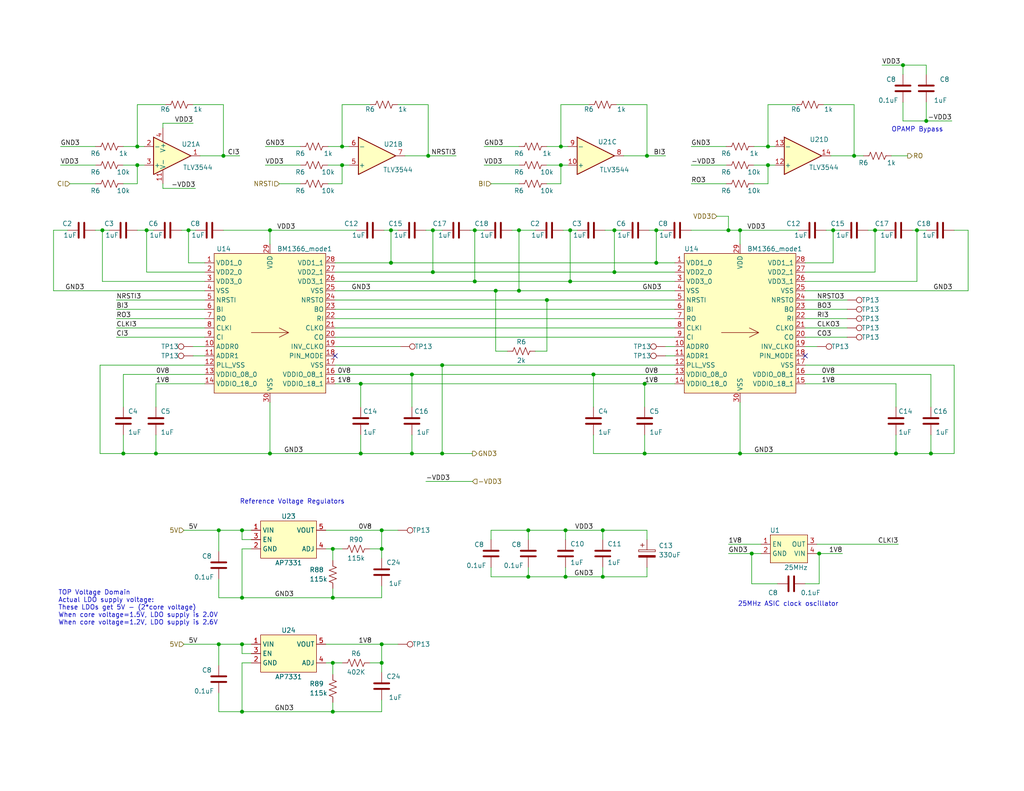
<source format=kicad_sch>
(kicad_sch (version 20230121) (generator eeschema)
  (paper "A")
  (title_block (title "bitaxeHex") (date "2024-03-09") (rev "303"))
  (junction (at 175.895 123.825))
  (junction (at 153.035 40.005))
  (junction (at 112.395 102.235))
  (junction (at 66.04 175.895))
  (junction (at 246.38 17.78))
  (junction (at 42.545 123.825))
  (junction (at 252.73 33.02))
  (junction (at 129.54 76.835))
  (junction (at 93.345 40.005))
  (junction (at 164.465 144.78))
  (junction (at 129.54 62.865))
  (junction (at 223.52 151.13))
  (junction (at 37.465 40.005))
  (junction (at 118.11 62.865))
  (junction (at 90.805 163.195))
  (junction (at 37.465 45.085))
  (junction (at 250.19 62.865))
  (junction (at 154.305 144.78) (diameter 0.9144))
  (junction (at 116.84 42.545))
  (junction (at 164.465 157.48))
  (junction (at 66.04 144.78))
  (junction (at 141.605 79.375))
  (junction (at 104.14 144.78))
  (junction (at 179.07 62.865))
  (junction (at 161.925 102.235))
  (junction (at 104.14 180.975))
  (junction (at 233.045 42.545))
  (junction (at 141.605 62.865))
  (junction (at 73.66 62.865))
  (junction (at 144.145 157.48) (diameter 0.9144))
  (junction (at 90.805 149.86))
  (junction (at 59.69 175.895))
  (junction (at 66.04 163.195))
  (junction (at 238.76 62.865))
  (junction (at 98.425 123.825))
  (junction (at 155.575 76.835))
  (junction (at 120.65 123.825))
  (junction (at 104.14 175.895))
  (junction (at 254 123.825))
  (junction (at 90.805 194.31))
  (junction (at 59.69 144.78))
  (junction (at 167.64 62.865))
  (junction (at 90.805 180.975))
  (junction (at 118.11 74.295))
  (junction (at 51.435 62.865))
  (junction (at 149.225 81.915))
  (junction (at 106.68 71.755))
  (junction (at 209.55 45.085))
  (junction (at 104.14 149.86))
  (junction (at 66.04 194.31))
  (junction (at 120.65 99.695))
  (junction (at 27.94 62.865))
  (junction (at 144.145 144.78) (diameter 0.9144))
  (junction (at 60.96 42.545))
  (junction (at 205.105 151.13))
  (junction (at 73.66 123.825))
  (junction (at 201.93 123.825))
  (junction (at 98.425 104.775))
  (junction (at 112.395 123.825))
  (junction (at 167.64 74.295))
  (junction (at 244.475 123.825))
  (junction (at 155.575 62.865))
  (junction (at 33.655 123.825))
  (junction (at 179.07 71.755))
  (junction (at 154.305 157.48) (diameter 0.9144))
  (junction (at 135.255 79.375))
  (junction (at 227.33 62.865))
  (junction (at 40.005 62.865))
  (junction (at 209.55 40.005))
  (junction (at 201.93 62.865))
  (junction (at 198.755 62.865))
  (junction (at 153.035 45.085))
  (junction (at 175.895 104.775))
  (junction (at 176.53 42.545))
  (junction (at 93.345 45.085))
  (junction (at 106.68 62.865))
  (no_connect (at 219.71 97.155))
  (no_connect (at 91.44 97.155))
  (wire (pts (xy 154.305 154.94) (xy 154.305 157.48)))
  (wire (pts (xy 100.965 180.975) (xy 104.14 180.975)))
  (wire (pts (xy 161.925 123.825) (xy 161.925 118.745)))
  (wire (pts (xy 188.595 40.005) (xy 198.12 40.005)))
  (wire (pts (xy 40.005 74.295) (xy 55.88 74.295)))
  (wire (pts (xy 176.53 42.545) (xy 170.18 42.545)))
  (wire (pts (xy 224.79 28.575) (xy 233.045 28.575)))
  (wire (pts (xy 44.45 33.655) (xy 52.705 33.655)))
  (wire (pts (xy 226.695 42.545) (xy 233.045 42.545)))
  (wire (pts (xy 98.425 104.775) (xy 98.425 111.125)))
  (wire (pts (xy 243.205 42.545) (xy 247.65 42.545)))
  (wire (pts (xy 233.045 28.575) (xy 233.045 42.545)))
  (wire (pts (xy 201.93 62.865) (xy 201.93 66.675)))
  (wire (pts (xy 93.345 45.085) (xy 95.25 45.085)))
  (wire (pts (xy 112.395 102.235) (xy 161.925 102.235)))
  (wire (pts (xy 246.38 33.02) (xy 252.73 33.02)))
  (wire (pts (xy 91.44 74.295) (xy 118.11 74.295)))
  (wire (pts (xy 132.08 45.085) (xy 141.605 45.085)))
  (wire (pts (xy 176.53 147.32) (xy 176.53 144.78)))
  (wire (pts (xy 175.895 118.745) (xy 175.895 123.825)))
  (wire (pts (xy 161.925 102.235) (xy 161.925 111.125)))
  (wire (pts (xy 165.1 62.865) (xy 167.64 62.865)))
  (wire (pts (xy 250.19 62.865) (xy 252.73 62.865)))
  (wire (pts (xy 141.605 79.375) (xy 141.605 62.865)))
  (wire (pts (xy 176.53 28.575) (xy 176.53 42.545)))
  (wire (pts (xy 227.33 71.755) (xy 227.33 62.865)))
  (wire (pts (xy 129.54 62.865) (xy 132.08 62.865)))
  (wire (pts (xy 90.805 180.975) (xy 90.805 184.15)))
  (wire (pts (xy 246.38 27.94) (xy 246.38 33.02)))
  (wire (pts (xy 254 123.825) (xy 254 118.745)))
  (wire (pts (xy 60.96 62.865) (xy 73.66 62.865)))
  (wire (pts (xy 90.805 194.31) (xy 90.805 191.77)))
  (wire (pts (xy 168.275 28.575) (xy 176.53 28.575)))
  (wire (pts (xy 52.705 94.615) (xy 55.88 94.615)))
  (wire (pts (xy 153.035 50.165) (xy 153.035 45.085)))
  (wire (pts (xy 44.45 50.165) (xy 44.45 51.435)))
  (wire (pts (xy 104.14 160.02) (xy 104.14 163.195)))
  (wire (pts (xy 209.55 40.005) (xy 211.455 40.005)))
  (wire (pts (xy 91.44 89.535) (xy 184.15 89.535)))
  (wire (pts (xy 164.465 157.48) (xy 154.305 157.48)))
  (wire (pts (xy 155.575 76.835) (xy 184.15 76.835)))
  (wire (pts (xy 252.73 33.02) (xy 259.715 33.02)))
  (wire (pts (xy 118.11 74.295) (xy 118.11 62.865)))
  (wire (pts (xy 118.11 74.295) (xy 167.64 74.295)))
  (wire (pts (xy 37.465 28.575) (xy 45.085 28.575)))
  (wire (pts (xy 260.35 99.695) (xy 260.35 123.825)))
  (wire (pts (xy 153.035 28.575) (xy 160.655 28.575)))
  (wire (pts (xy 90.805 180.975) (xy 93.345 180.975)))
  (wire (pts (xy 91.44 102.235) (xy 112.395 102.235)))
  (wire (pts (xy 188.595 45.085) (xy 198.12 45.085)))
  (wire (pts (xy 219.71 76.835) (xy 250.19 76.835)))
  (wire (pts (xy 135.255 79.375) (xy 141.605 79.375)))
  (wire (pts (xy 201.93 123.825) (xy 244.475 123.825)))
  (wire (pts (xy 91.44 76.835) (xy 129.54 76.835)))
  (wire (pts (xy 104.14 194.31) (xy 90.805 194.31)))
  (wire (pts (xy 252.73 20.32) (xy 252.73 17.78)))
  (wire (pts (xy 167.64 62.865) (xy 169.545 62.865)))
  (wire (pts (xy 135.255 95.885) (xy 135.255 79.375)))
  (wire (pts (xy 37.465 62.865) (xy 40.005 62.865)))
  (wire (pts (xy 164.465 157.48) (xy 176.53 157.48)))
  (wire (pts (xy 116.84 42.545) (xy 124.46 42.545)))
  (wire (pts (xy 153.035 40.005) (xy 154.94 40.005)))
  (wire (pts (xy 219.71 84.455) (xy 231.14 84.455)))
  (wire (pts (xy 219.71 104.775) (xy 244.475 104.775)))
  (wire (pts (xy 120.65 99.695) (xy 184.15 99.695)))
  (wire (pts (xy 33.655 50.165) (xy 37.465 50.165)))
  (wire (pts (xy 51.435 62.865) (xy 51.435 71.755)))
  (wire (pts (xy 44.45 51.435) (xy 53.34 51.435)))
  (wire (pts (xy 72.39 45.085) (xy 81.915 45.085)))
  (wire (pts (xy 91.44 92.075) (xy 184.15 92.075)))
  (wire (pts (xy 106.68 71.755) (xy 179.07 71.755)))
  (wire (pts (xy 144.145 147.32) (xy 144.145 144.78)))
  (wire (pts (xy 133.985 154.94) (xy 133.985 157.48)))
  (wire (pts (xy 52.705 28.575) (xy 60.96 28.575)))
  (wire (pts (xy 104.14 191.135) (xy 104.14 194.31)))
  (wire (pts (xy 154.305 147.32) (xy 154.305 144.78)))
  (wire (pts (xy 219.71 159.385) (xy 223.52 159.385)))
  (wire (pts (xy 205.74 45.085) (xy 209.55 45.085)))
  (wire (pts (xy 31.75 84.455) (xy 55.88 84.455)))
  (wire (pts (xy 104.14 163.195) (xy 90.805 163.195)))
  (wire (pts (xy 219.71 102.235) (xy 254 102.235)))
  (wire (pts (xy 104.14 149.86) (xy 104.14 152.4)))
  (wire (pts (xy 89.535 45.085) (xy 93.345 45.085)))
  (wire (pts (xy 37.465 50.165) (xy 37.465 45.085)))
  (wire (pts (xy 40.005 74.295) (xy 40.005 62.865)))
  (wire (pts (xy 66.04 178.435) (xy 66.04 175.895)))
  (wire (pts (xy 155.575 76.835) (xy 155.575 62.865)))
  (wire (pts (xy 42.545 118.745) (xy 42.545 123.825)))
  (wire (pts (xy 51.435 62.865) (xy 53.34 62.865)))
  (wire (pts (xy 59.69 175.895) (xy 59.69 181.61)))
  (wire (pts (xy 120.65 123.825) (xy 128.905 123.825)))
  (wire (pts (xy 205.105 151.13) (xy 207.645 151.13)))
  (wire (pts (xy 141.605 62.865) (xy 139.7 62.865)))
  (wire (pts (xy 223.52 151.13) (xy 229.87 151.13)))
  (wire (pts (xy 49.53 62.865) (xy 51.435 62.865)))
  (wire (pts (xy 132.08 40.005) (xy 141.605 40.005)))
  (wire (pts (xy 116.84 28.575) (xy 116.84 42.545)))
  (wire (pts (xy 98.425 123.825) (xy 112.395 123.825)))
  (wire (pts (xy 133.985 147.32) (xy 133.985 144.78)))
  (wire (pts (xy 59.69 144.78) (xy 66.04 144.78)))
  (wire (pts (xy 104.14 180.975) (xy 104.14 175.895)))
  (wire (pts (xy 217.805 62.865) (xy 201.93 62.865)))
  (wire (pts (xy 149.225 81.915) (xy 184.15 81.915)))
  (wire (pts (xy 246.38 17.78) (xy 246.38 20.32)))
  (wire (pts (xy 91.44 79.375) (xy 135.255 79.375)))
  (wire (pts (xy 236.855 62.865) (xy 238.76 62.865)))
  (wire (pts (xy 68.58 178.435) (xy 66.04 178.435)))
  (wire (pts (xy 188.595 62.865) (xy 198.755 62.865)))
  (wire (pts (xy 233.045 42.545) (xy 235.585 42.545)))
  (wire (pts (xy 133.985 144.78) (xy 144.145 144.78)))
  (wire (pts (xy 175.895 104.775) (xy 175.895 111.125)))
  (wire (pts (xy 106.68 71.755) (xy 106.68 62.865)))
  (wire (pts (xy 219.71 79.375) (xy 264.16 79.375)))
  (wire (pts (xy 73.66 109.855) (xy 73.66 123.825)))
  (wire (pts (xy 112.395 123.825) (xy 120.65 123.825)))
  (wire (pts (xy 104.14 175.895) (xy 108.585 175.895)))
  (wire (pts (xy 205.74 50.165) (xy 209.55 50.165)))
  (wire (pts (xy 33.655 118.745) (xy 33.655 123.825)))
  (wire (pts (xy 264.16 62.865) (xy 260.35 62.865)))
  (wire (pts (xy 59.69 189.23) (xy 59.69 194.31)))
  (wire (pts (xy 91.44 104.775) (xy 98.425 104.775)))
  (wire (pts (xy 176.53 154.94) (xy 176.53 157.48)))
  (wire (pts (xy 129.54 76.835) (xy 129.54 62.865)))
  (wire (pts (xy 60.96 42.545) (xy 54.61 42.545)))
  (wire (pts (xy 31.75 92.075) (xy 55.88 92.075)))
  (wire (pts (xy 176.53 42.545) (xy 181.61 42.545)))
  (wire (pts (xy 42.545 104.775) (xy 55.88 104.775)))
  (wire (pts (xy 164.465 154.94) (xy 164.465 157.48)))
  (wire (pts (xy 106.68 62.865) (xy 108.585 62.865)))
  (wire (pts (xy 240.665 17.78) (xy 246.38 17.78)))
  (wire (pts (xy 128.27 62.865) (xy 129.54 62.865)))
  (wire (pts (xy 116.205 131.445) (xy 128.905 131.445)))
  (wire (pts (xy 91.44 86.995) (xy 184.15 86.995)))
  (wire (pts (xy 104.14 144.78) (xy 108.585 144.78)))
  (wire (pts (xy 90.805 149.86) (xy 93.345 149.86)))
  (wire (pts (xy 205.105 159.385) (xy 205.105 151.13)))
  (wire (pts (xy 66.04 194.31) (xy 90.805 194.31)))
  (wire (pts (xy 108.585 28.575) (xy 116.84 28.575)))
  (wire (pts (xy 201.93 109.855) (xy 201.93 123.825)))
  (wire (pts (xy 40.005 62.865) (xy 41.91 62.865)))
  (wire (pts (xy 219.71 92.075) (xy 231.14 92.075)))
  (wire (pts (xy 16.51 45.085) (xy 26.035 45.085)))
  (wire (pts (xy 153.67 62.865) (xy 155.575 62.865)))
  (wire (pts (xy 89.535 40.005) (xy 93.345 40.005)))
  (wire (pts (xy 93.345 28.575) (xy 93.345 40.005)))
  (wire (pts (xy 88.9 149.86) (xy 90.805 149.86)))
  (wire (pts (xy 175.895 123.825) (xy 201.93 123.825)))
  (wire (pts (xy 91.44 99.695) (xy 120.65 99.695)))
  (wire (pts (xy 219.71 74.295) (xy 238.76 74.295)))
  (wire (pts (xy 100.965 149.86) (xy 104.14 149.86)))
  (wire (pts (xy 181.61 94.615) (xy 184.15 94.615)))
  (wire (pts (xy 250.19 76.835) (xy 250.19 62.865)))
  (wire (pts (xy 219.71 86.995) (xy 231.14 86.995)))
  (wire (pts (xy 149.225 81.915) (xy 149.225 95.885)))
  (wire (pts (xy 149.225 50.165) (xy 153.035 50.165)))
  (wire (pts (xy 248.92 62.865) (xy 250.19 62.865)))
  (wire (pts (xy 73.66 123.825) (xy 98.425 123.825)))
  (wire (pts (xy 66.04 144.78) (xy 68.58 144.78)))
  (wire (pts (xy 153.035 28.575) (xy 153.035 40.005)))
  (wire (pts (xy 153.035 45.085) (xy 154.94 45.085)))
  (wire (pts (xy 209.55 45.085) (xy 211.455 45.085)))
  (wire (pts (xy 219.71 71.755) (xy 227.33 71.755)))
  (wire (pts (xy 93.345 50.165) (xy 93.345 45.085)))
  (wire (pts (xy 238.76 74.295) (xy 238.76 62.865)))
  (wire (pts (xy 149.225 45.085) (xy 153.035 45.085)))
  (wire (pts (xy 195.58 59.055) (xy 198.755 59.055)))
  (wire (pts (xy 161.925 123.825) (xy 175.895 123.825)))
  (wire (pts (xy 33.655 102.235) (xy 33.655 111.125)))
  (wire (pts (xy 146.05 95.885) (xy 149.225 95.885)))
  (wire (pts (xy 181.61 97.155) (xy 184.15 97.155)))
  (wire (pts (xy 209.55 28.575) (xy 217.17 28.575)))
  (wire (pts (xy 52.705 97.155) (xy 55.88 97.155)))
  (wire (pts (xy 112.395 123.825) (xy 112.395 118.745)))
  (wire (pts (xy 141.605 79.375) (xy 184.15 79.375)))
  (wire (pts (xy 227.33 62.865) (xy 229.235 62.865)))
  (wire (pts (xy 91.44 71.755) (xy 106.68 71.755)))
  (wire (pts (xy 175.895 104.775) (xy 184.15 104.775)))
  (wire (pts (xy 50.165 175.895) (xy 59.69 175.895)))
  (wire (pts (xy 219.71 81.915) (xy 231.14 81.915)))
  (wire (pts (xy 90.805 163.195) (xy 90.805 160.655)))
  (wire (pts (xy 198.755 151.13) (xy 205.105 151.13)))
  (wire (pts (xy 104.14 180.975) (xy 104.14 183.515)))
  (wire (pts (xy 104.775 62.865) (xy 106.68 62.865)))
  (wire (pts (xy 88.9 180.975) (xy 90.805 180.975)))
  (wire (pts (xy 97.155 62.865) (xy 73.66 62.865)))
  (wire (pts (xy 188.595 50.165) (xy 198.12 50.165)))
  (wire (pts (xy 14.605 79.375) (xy 14.605 62.865)))
  (wire (pts (xy 116.205 62.865) (xy 118.11 62.865)))
  (wire (pts (xy 88.9 175.895) (xy 104.14 175.895)))
  (wire (pts (xy 27.94 76.835) (xy 27.94 62.865)))
  (wire (pts (xy 44.45 34.925) (xy 44.45 33.655)))
  (wire (pts (xy 260.35 123.825) (xy 254 123.825)))
  (wire (pts (xy 68.58 180.975) (xy 66.04 180.975)))
  (wire (pts (xy 164.465 147.32) (xy 164.465 144.78)))
  (wire (pts (xy 144.145 144.78) (xy 154.305 144.78)))
  (wire (pts (xy 42.545 104.775) (xy 42.545 111.125)))
  (wire (pts (xy 252.73 27.94) (xy 252.73 33.02)))
  (wire (pts (xy 219.71 99.695) (xy 260.35 99.695)))
  (wire (pts (xy 120.65 99.695) (xy 120.65 123.825)))
  (wire (pts (xy 246.38 17.78) (xy 252.73 17.78)))
  (wire (pts (xy 155.575 62.865) (xy 157.48 62.865)))
  (wire (pts (xy 26.035 62.865) (xy 27.94 62.865)))
  (wire (pts (xy 225.425 62.865) (xy 227.33 62.865)))
  (wire (pts (xy 244.475 118.745) (xy 244.475 123.825)))
  (wire (pts (xy 31.75 81.915) (xy 55.88 81.915)))
  (wire (pts (xy 33.655 45.085) (xy 37.465 45.085)))
  (wire (pts (xy 222.885 151.13) (xy 223.52 151.13)))
  (wire (pts (xy 27.94 76.835) (xy 55.88 76.835)))
  (wire (pts (xy 133.985 50.165) (xy 141.605 50.165)))
  (wire (pts (xy 264.16 79.375) (xy 264.16 62.865)))
  (wire (pts (xy 55.88 79.375) (xy 14.605 79.375)))
  (wire (pts (xy 144.145 157.48) (xy 133.985 157.48)))
  (wire (pts (xy 68.58 147.32) (xy 66.04 147.32)))
  (wire (pts (xy 66.04 180.975) (xy 66.04 194.31)))
  (wire (pts (xy 42.545 123.825) (xy 73.66 123.825)))
  (wire (pts (xy 60.96 42.545) (xy 65.405 42.545)))
  (wire (pts (xy 179.07 71.755) (xy 184.15 71.755)))
  (wire (pts (xy 89.535 50.165) (xy 93.345 50.165)))
  (wire (pts (xy 66.04 149.86) (xy 66.04 163.195)))
  (wire (pts (xy 66.04 147.32) (xy 66.04 144.78)))
  (wire (pts (xy 98.425 104.775) (xy 175.895 104.775)))
  (wire (pts (xy 209.55 28.575) (xy 209.55 40.005)))
  (wire (pts (xy 33.655 123.825) (xy 42.545 123.825)))
  (wire (pts (xy 198.755 62.865) (xy 201.93 62.865)))
  (wire (pts (xy 219.71 94.615) (xy 222.885 94.615)))
  (wire (pts (xy 59.69 158.115) (xy 59.69 163.195)))
  (wire (pts (xy 37.465 45.085) (xy 39.37 45.085)))
  (wire (pts (xy 68.58 149.86) (xy 66.04 149.86)))
  (wire (pts (xy 73.66 62.865) (xy 73.66 66.675)))
  (wire (pts (xy 254 102.235) (xy 254 111.125)))
  (wire (pts (xy 66.04 175.895) (xy 68.58 175.895)))
  (wire (pts (xy 27.305 99.695) (xy 55.88 99.695)))
  (wire (pts (xy 27.94 62.865) (xy 29.845 62.865)))
  (wire (pts (xy 167.64 74.295) (xy 167.64 62.865)))
  (wire (pts (xy 31.75 86.995) (xy 55.88 86.995)))
  (wire (pts (xy 31.75 89.535) (xy 55.88 89.535)))
  (wire (pts (xy 50.165 144.78) (xy 59.69 144.78)))
  (wire (pts (xy 91.44 94.615) (xy 109.22 94.615)))
  (wire (pts (xy 93.345 40.005) (xy 95.25 40.005)))
  (wire (pts (xy 222.885 148.59) (xy 245.11 148.59)))
  (wire (pts (xy 91.44 81.915) (xy 149.225 81.915)))
  (wire (pts (xy 198.755 148.59) (xy 207.645 148.59)))
  (wire (pts (xy 60.96 28.575) (xy 60.96 42.545)))
  (wire (pts (xy 16.51 40.005) (xy 26.035 40.005)))
  (wire (pts (xy 116.84 42.545) (xy 110.49 42.545)))
  (wire (pts (xy 37.465 40.005) (xy 39.37 40.005)))
  (wire (pts (xy 244.475 123.825) (xy 254 123.825)))
  (wire (pts (xy 179.07 62.865) (xy 180.975 62.865)))
  (wire (pts (xy 98.425 118.745) (xy 98.425 123.825)))
  (wire (pts (xy 76.2 50.165) (xy 81.915 50.165)))
  (wire (pts (xy 167.64 74.295) (xy 184.15 74.295)))
  (wire (pts (xy 27.305 123.825) (xy 33.655 123.825)))
  (wire (pts (xy 19.05 50.165) (xy 26.035 50.165)))
  (wire (pts (xy 93.345 28.575) (xy 100.965 28.575)))
  (wire (pts (xy 244.475 104.775) (xy 244.475 111.125)))
  (wire (pts (xy 33.655 40.005) (xy 37.465 40.005)))
  (wire (pts (xy 33.655 102.235) (xy 55.88 102.235)))
  (wire (pts (xy 198.755 59.055) (xy 198.755 62.865)))
  (wire (pts (xy 72.39 40.005) (xy 81.915 40.005)))
  (wire (pts (xy 66.04 163.195) (xy 90.805 163.195)))
  (wire (pts (xy 154.305 144.78) (xy 164.465 144.78)))
  (wire (pts (xy 161.925 102.235) (xy 184.15 102.235)))
  (wire (pts (xy 88.9 144.78) (xy 104.14 144.78)))
  (wire (pts (xy 212.09 159.385) (xy 205.105 159.385)))
  (wire (pts (xy 149.225 40.005) (xy 153.035 40.005)))
  (wire (pts (xy 59.69 144.78) (xy 59.69 150.495)))
  (wire (pts (xy 179.07 62.865) (xy 179.07 71.755)))
  (wire (pts (xy 164.465 144.78) (xy 176.53 144.78)))
  (wire (pts (xy 27.305 99.695) (xy 27.305 123.825)))
  (wire (pts (xy 144.145 157.48) (xy 154.305 157.48)))
  (wire (pts (xy 104.14 149.86) (xy 104.14 144.78)))
  (wire (pts (xy 219.71 89.535) (xy 231.14 89.535)))
  (wire (pts (xy 59.69 175.895) (xy 66.04 175.895)))
  (wire (pts (xy 59.69 194.31) (xy 66.04 194.31)))
  (wire (pts (xy 90.805 149.86) (xy 90.805 153.035)))
  (wire (pts (xy 37.465 28.575) (xy 37.465 40.005)))
  (wire (pts (xy 177.165 62.865) (xy 179.07 62.865)))
  (wire (pts (xy 112.395 102.235) (xy 112.395 111.125)))
  (wire (pts (xy 91.44 84.455) (xy 184.15 84.455)))
  (wire (pts (xy 238.76 62.865) (xy 241.3 62.865)))
  (wire (pts (xy 141.605 62.865) (xy 146.05 62.865)))
  (wire (pts (xy 144.145 154.94) (xy 144.145 157.48)))
  (wire (pts (xy 223.52 159.385) (xy 223.52 151.13)))
  (wire (pts (xy 209.55 50.165) (xy 209.55 45.085)))
  (wire (pts (xy 118.11 62.865) (xy 120.65 62.865)))
  (wire (pts (xy 129.54 76.835) (xy 155.575 76.835)))
  (wire (pts (xy 138.43 95.885) (xy 135.255 95.885)))
  (wire (pts (xy 51.435 71.755) (xy 55.88 71.755)))
  (wire (pts (xy 205.74 40.005) (xy 209.55 40.005)))
  (wire (pts (xy 59.69 163.195) (xy 66.04 163.195)))
  (wire (pts (xy 14.605 62.865) (xy 18.415 62.865)))
  (text "25MHz ASIC clock oscillator" (at 201.295 165.735 0) (effects (font (size 1.27 1.27)) (justify left bottom)))
  (text "Reference Voltage Regulators" (at 65.405 137.795 0) (effects (font (size 1.27 1.27)) (justify left bottom)))
  (text "OPAMP Bypass" (at 243.205 36.195 0) (effects (font (size 1.27 1.27)) (justify left bottom)))
  (text "TOP Voltage Domain\nActual LDO supply voltage:\nThese LDOs get 5V - (2*core voltage)\nWhen core voltage=1.5V, LDO supply is 2.0V\nWhen core voltage=1.2V, LDO supply is 2.6V " (at 15.875 170.815 0) (effects (font (size 1.27 1.27)) (justify left bottom)))
  (label "1V8" (at 229.87 151.13 180))
  (label "NRSTI3" (at 124.46 42.545 180))
  (label "0V8" (at 224.155 102.235 0))
  (label "1V8" (at 42.545 104.775 0))
  (label "CLKI3" (at 245.11 148.59 180))
  (label "-VDD3" (at 259.715 33.02 180))
  (label "RO3" (at 188.595 50.165 0))
  (label "-VDD3" (at 53.34 51.435 180))
  (label "GND3" (at 161.925 157.48 180))
  (label "0V8" (at 175.895 102.235 0))
  (label "5V" (at 51.435 175.895 0))
  (label "NRSTI3" (at 31.75 81.915 0))
  (label "CLKO3" (at 222.885 89.535 0))
  (label "GND3" (at 175.26 79.375 0))
  (label "CI3" (at 31.75 92.075 0))
  (label "1V8" (at 224.155 104.775 0))
  (label "5V" (at 51.435 144.78 0))
  (label "GND3" (at 132.08 40.005 0))
  (label "VDD3" (at 52.705 33.655 180))
  (label "CO3" (at 222.885 92.075 0))
  (label "1V8" (at 92.075 104.775 0))
  (label "GND3" (at 77.47 123.825 0))
  (label "RO3" (at 31.75 86.995 0))
  (label "GND3" (at 95.885 79.375 0))
  (label "0V8" (at 42.545 102.235 0))
  (label "GND3" (at 72.39 40.005 0))
  (label "GND3" (at 74.93 194.31 0))
  (label "VDD3" (at 16.51 45.085 0))
  (label "CLKI3" (at 31.75 89.535 0))
  (label "RI3" (at 222.885 86.995 0))
  (label "VDD3" (at 132.08 45.085 0))
  (label "GND3" (at 16.51 40.005 0))
  (label "-VDD3" (at 116.205 131.445 0))
  (label "VDD3" (at 72.39 45.085 0))
  (label "BI3" (at 181.61 42.545 180))
  (label "BI3" (at 31.75 84.455 0))
  (label "1V8" (at 175.895 104.775 0))
  (label "GND3" (at 188.595 40.005 0))
  (label "1V8" (at 198.755 148.59 0))
  (label "0V8" (at 92.075 102.235 0))
  (label "-VDD3" (at 188.595 45.085 0))
  (label "VDD3" (at 203.835 62.865 0))
  (label "VDD3" (at 156.845 144.78 0))
  (label "1V8" (at 97.79 175.895 0))
  (label "GND3" (at 254.635 79.375 0))
  (label "GND3" (at 205.74 123.825 0))
  (label "BO3" (at 222.885 84.455 0))
  (label "CI3" (at 65.405 42.545 180))
  (label "GND3" (at 198.755 151.13 0))
  (label "GND3" (at 17.78 79.375 0))
  (label "0V8" (at 97.79 144.78 0))
  (label "GND3" (at 74.93 163.195 0))
  (label "NRSTO3" (at 222.885 81.915 0))
  (label "VDD3" (at 240.665 17.78 0))
  (label "VDD3" (at 75.565 62.865 0))
  (hierarchical_label "BI" (shape input) (at 133.985 50.165 180))
  (hierarchical_label "GND3" (shape output) (at 128.905 123.825 0))
  (hierarchical_label "VDD3" (shape input) (at 195.58 59.055 180))
  (hierarchical_label "CI" (shape input) (at 19.05 50.165 180))
  (hierarchical_label "5V" (shape input) (at 50.165 144.78 180))
  (hierarchical_label "RO" (shape output) (at 247.65 42.545 0))
  (hierarchical_label "5V" (shape input) (at 50.165 175.895 180))
  (hierarchical_label "NRSTI" (shape input) (at 76.2 50.165 180))
  (hierarchical_label "-VDD3" (shape input) (at 128.905 131.445 0))
  (symbol (lib_id "Connector:TestPoint") (at 231.14 92.075 270) (mirror x) (unit 1) (in_bom no)
    (property "Reference" "TP13" (at 237.49 92.075 90))
    (property "Value" "TestPoint" (effects hide))
    (property "Footprint" "TestPoint:TestPoint_Pad_D1.5mm" (effects hide))
  )
  (symbol (lib_id "Device:C") (at 256.54 62.865 90) (unit 1)
    (property "Reference" "C18" (at 254 60.325 90) (effects (justify left bottom)))
    (property "Value" "1uF" (at 255.27 63.5 90) (effects (justify left bottom)))
    (property "Footprint" "Capacitor_SMD:C_0402_1005Metric" (effects hide))
    (property "DK" "587-5514-1-ND" (effects hide))
    (property "PARTNO" "EMK105BJ105MV-F" (effects hide))
  )
  (symbol (lib_id "Device:C") (at 221.615 62.865 90) (unit 1)
    (property "Reference" "C12" (at 218.44 60.325 90) (effects (justify left bottom)))
    (property "Value" "1uF" (at 220.345 63.5 90) (effects (justify left bottom)))
    (property "Footprint" "Capacitor_SMD:C_0402_1005Metric" (effects hide))
    (property "DK" "587-5514-1-ND" (effects hide))
    (property "PARTNO" "EMK105BJ105MV-F" (effects hide))
  )
  (symbol (lib_id "Device:C") (at 57.15 62.865 90) (unit 1)
    (property "Reference" "C8" (at 54.61 60.325 90) (effects (justify left bottom)))
    (property "Value" "1uF" (at 55.88 63.5 90) (effects (justify left bottom)))
    (property "Footprint" "Capacitor_SMD:C_0402_1005Metric" (effects hide))
    (property "DK" "587-5514-1-ND" (effects hide))
    (property "PARTNO" "EMK105BJ105MV-F" (effects hide))
  )
  (symbol (lib_id "Device:R_US") (at 201.93 40.005 270) (unit 1)
    (property "Reference" "R6" (at 198.12 41.91 90))
    (property "Value" "1k" (at 205.74 41.91 90))
    (property "Footprint" "Resistor_SMD:R_0402_1005Metric" (effects hide))
    (property "DK" "311-1.00KLRCT-ND" (effects hide))
    (property "PARTNO" "RC0402FR-071KL" (effects hide))
  )
  (symbol (lib_id "Device:R_US") (at 85.725 45.085 90) (unit 1)
    (property "Reference" "R6" (at 81.915 46.99 90))
    (property "Value" "10k" (at 89.535 46.99 90))
    (property "Footprint" "Resistor_SMD:R_0402_1005Metric" (effects hide))
    (property "DK" "311-10KJRCT-ND" (effects hide))
    (property "PARTNO" "RC0402JR-0710KL" (effects hide))
  )
  (symbol (lib_id "Device:C") (at 104.14 187.325 0) (unit 1)
    (property "Reference" "C24" (at 105.41 185.42 0) (effects (justify left bottom)))
    (property "Value" "1uF" (at 106.045 191.135 0) (effects (justify left bottom)))
    (property "Footprint" "Capacitor_SMD:C_0402_1005Metric" (effects hide))
    (property "DK" "587-5514-1-ND" (effects hide))
    (property "PARTNO" "EMK105BJ105MV-F" (effects hide))
  )
  (symbol (lib_id "Device:C") (at 161.29 62.865 90) (unit 1)
    (property "Reference" "C3" (at 158.75 60.325 90) (effects (justify left bottom)))
    (property "Value" "1uF" (at 160.02 63.5 90) (effects (justify left bottom)))
    (property "Footprint" "Capacitor_SMD:C_0402_1005Metric" (effects hide))
    (property "DK" "587-5514-1-ND" (effects hide))
    (property "PARTNO" "EMK105BJ105MV-F" (effects hide))
  )
  (symbol (lib_id "Connector:TestPoint") (at 231.14 84.455 270) (mirror x) (unit 1) (in_bom no)
    (property "Reference" "TP13" (at 237.49 84.455 90))
    (property "Value" "TestPoint" (effects hide))
    (property "Footprint" "TestPoint:TestPoint_Pad_D1.5mm" (effects hide))
  )
  (symbol (lib_id "Device:C") (at 112.395 114.935 0) (unit 1)
    (property "Reference" "C16" (at 113.03 113.03 0) (effects (justify left bottom)))
    (property "Value" "1uF" (at 113.665 118.745 0) (effects (justify left bottom)))
    (property "Footprint" "Capacitor_SMD:C_0402_1005Metric" (effects hide))
    (property "DK" "587-5514-1-ND" (effects hide))
    (property "PARTNO" "EMK105BJ105MV-F" (effects hide))
  )
  (symbol (lib_id "Connector:TestPoint") (at 231.14 81.915 270) (mirror x) (unit 1) (in_bom no)
    (property "Reference" "TP13" (at 237.49 81.915 90))
    (property "Value" "TestPoint" (effects hide))
    (property "Footprint" "TestPoint:TestPoint_Pad_D1.5mm" (effects hide))
  )
  (symbol (lib_id "Connector:TestPoint") (at 222.885 94.615 270) (mirror x) (unit 1) (in_bom no)
    (property "Reference" "TP13" (at 229.235 94.615 90))
    (property "Value" "TestPoint" (effects hide))
    (property "Footprint" "TestPoint:TestPoint_Pad_D1.0mm" (effects hide))
  )
  (symbol (lib_id "Device:C_Polarized") (at 176.53 151.13 0) (unit 1)
    (property "Reference" "C13" (at 179.705 148.9709 0) (effects (justify left)))
    (property "Value" "330uF" (at 179.705 151.5109 0) (effects (justify left)))
    (property "Footprint" "Capacitor_Tantalum_SMD:CP_EIA-7343-31_Kemet-D_Pad2.25x2.55mm_HandSolder" (effects hide))
    (property "DK" "718-1028-1-ND" (effects hide))
    (property "PARTNO" "293D337X9010E2TE3" (effects hide))
  )
  (symbol (lib_id "Device:R_US") (at 164.465 28.575 270) (unit 1)
    (property "Reference" "R6" (at 160.655 29.845 90))
    (property "Value" "1k" (at 169.545 29.845 90))
    (property "Footprint" "Resistor_SMD:R_0402_1005Metric" (effects hide))
    (property "DK" "311-1.00KLRCT-ND" (effects hide))
    (property "PARTNO" "RC0402FR-071KL" (effects hide))
  )
  (symbol (lib_id "Device:R_US") (at 90.805 187.96 180) (unit 1)
    (property "Reference" "R89" (at 84.455 186.69 0) (effects (justify right)))
    (property "Value" "115k" (at 84.455 189.23 0) (effects (justify right)))
    (property "Footprint" "Resistor_SMD:R_0402_1005Metric" (effects hide))
    (property "DK" "YAG2956CT-ND" (effects hide))
    (property "PARTNO" "RC0402FR-07115KL" (effects hide))
  )
  (symbol (lib_id "Device:R_US") (at 90.805 156.845 180) (unit 1)
    (property "Reference" "R88" (at 84.455 155.575 0) (effects (justify right)))
    (property "Value" "115k" (at 84.455 158.115 0) (effects (justify right)))
    (property "Footprint" "Resistor_SMD:R_0402_1005Metric" (effects hide))
    (property "DK" "YAG2956CT-ND" (effects hide))
    (property "PARTNO" "RC0402FR-07115KL" (effects hide))
  )
  (symbol (lib_id "Device:C") (at 254 114.935 0) (unit 1)
    (property "Reference" "C16" (at 254.635 113.03 0) (effects (justify left bottom)))
    (property "Value" "1uF" (at 255.27 118.745 0) (effects (justify left bottom)))
    (property "Footprint" "Capacitor_SMD:C_0402_1005Metric" (effects hide))
    (property "DK" "587-5514-1-ND" (effects hide))
    (property "PARTNO" "EMK105BJ105MV-F" (effects hide))
  )
  (symbol (lib_id "Device:C") (at 175.895 114.935 0) (unit 1)
    (property "Reference" "C5" (at 177.165 113.03 0) (effects (justify left bottom)))
    (property "Value" "1uF" (at 177.165 118.745 0) (effects (justify left bottom)))
    (property "Footprint" "Capacitor_SMD:C_0402_1005Metric" (effects hide))
    (property "DK" "587-5514-1-ND" (effects hide))
    (property "PARTNO" "EMK105BJ105MV-F" (effects hide))
  )
  (symbol (lib_id "Device:C") (at 173.355 62.865 90) (unit 1)
    (property "Reference" "C6" (at 170.815 60.325 90) (effects (justify left bottom)))
    (property "Value" "1uF" (at 172.085 63.5 90) (effects (justify left bottom)))
    (property "Footprint" "Capacitor_SMD:C_0402_1005Metric" (effects hide))
    (property "DK" "587-5514-1-ND" (effects hide))
    (property "PARTNO" "EMK105BJ105MV-F" (effects hide))
  )
  (symbol (lib_id "Device:R_US") (at 220.98 28.575 270) (unit 1)
    (property "Reference" "R6" (at 217.17 29.845 90))
    (property "Value" "1k" (at 226.06 29.845 90))
    (property "Footprint" "Resistor_SMD:R_0402_1005Metric" (effects hide))
    (property "DK" "311-1.00KLRCT-ND" (effects hide))
    (property "PARTNO" "RC0402FR-071KL" (effects hide))
  )
  (symbol (lib_id "Connector:TestPoint") (at 231.14 86.995 270) (mirror x) (unit 1) (in_bom no)
    (property "Reference" "TP13" (at 237.49 86.995 90))
    (property "Value" "TestPoint" (effects hide))
    (property "Footprint" "TestPoint:TestPoint_Pad_D1.5mm" (effects hide))
  )
  (symbol (lib_name "TLV3544_2") (lib_id "bitaxe:TLV3544") (at 100.33 42.545 0) (unit 2)
    (property "Reference" "U21" (at 107.315 39.37 0))
    (property "Value" "TLV3544" (at 108.585 46.355 0))
    (property "Footprint" "Package_SO:TSSOP-14_4.4x5mm_P0.65mm" (effects hide))
    (property "Datasheet" "https://www.ti.com/lit/ds/symlink/tlv3542.pdf" (effects hide))
    (property "DK" "296-45352-1-ND" (effects hide))
    (property "PARTNO" "TLV3544IPWR" (effects hide))
  )
  (symbol (lib_id "Device:C") (at 135.89 62.865 90) (unit 1)
    (property "Reference" "C18" (at 133.35 60.325 90) (effects (justify left bottom)))
    (property "Value" "1uF" (at 134.62 63.5 90) (effects (justify left bottom)))
    (property "Footprint" "Capacitor_SMD:C_0402_1005Metric" (effects hide))
    (property "DK" "587-5514-1-ND" (effects hide))
    (property "PARTNO" "EMK105BJ105MV-F" (effects hide))
  )
  (symbol (lib_id "Device:R_US") (at 145.415 50.165 90) (unit 1)
    (property "Reference" "R6" (at 141.605 52.07 90))
    (property "Value" "10k" (at 149.225 52.07 90))
    (property "Footprint" "Resistor_SMD:R_0402_1005Metric" (effects hide))
    (property "DK" "311-10KJRCT-ND" (effects hide))
    (property "PARTNO" "RC0402JR-0710KL" (effects hide))
  )
  (symbol (lib_id "Device:R_US") (at 142.24 95.885 90) (unit 1)
    (property "Reference" "R6" (at 142.24 93.345 90))
    (property "Value" "2k" (at 142.24 98.425 90))
    (property "Footprint" "Resistor_SMD:R_0402_1005Metric" (effects hide))
    (property "DK" "YAG2303CT-ND" (effects hide))
    (property "PARTNO" "RT0402BRD072KL" (effects hide))
  )
  (symbol (lib_id "Device:C") (at 112.395 62.865 90) (unit 1)
    (property "Reference" "C15" (at 109.855 60.325 90) (effects (justify left bottom)))
    (property "Value" "1uF" (at 111.125 63.5 90) (effects (justify left bottom)))
    (property "Footprint" "Capacitor_SMD:C_0402_1005Metric" (effects hide))
    (property "DK" "587-5514-1-ND" (effects hide))
    (property "PARTNO" "EMK105BJ105MV-F" (effects hide))
  )
  (symbol (lib_id "Device:C") (at 144.145 151.13 180) (unit 1)
    (property "Reference" "C8" (at 142.24 147.955 0) (effects (justify left bottom)))
    (property "Value" "0.1uF" (at 142.875 153.67 0) (effects (justify left bottom)))
    (property "Footprint" "Capacitor_SMD:C_0402_1005Metric" (effects hide))
    (property "DK" "478-KGM05AR71C104KHCT-ND" (effects hide))
    (property "PARTNO" "KGM05AR71C104KH" (effects hide))
  )
  (symbol (lib_id "Device:C") (at 252.73 24.13 180) (unit 1)
    (property "Reference" "C8" (at 259.08 20.955 0) (effects (justify left bottom)))
    (property "Value" "1uF" (at 258.445 26.67 0) (effects (justify left bottom)))
    (property "Footprint" "Capacitor_SMD:C_0402_1005Metric" (effects hide))
    (property "DK" "587-5514-1-ND" (effects hide))
    (property "PARTNO" "EMK105BJ105MV-F" (effects hide))
  )
  (symbol (lib_id "Device:C") (at 245.11 62.865 90) (unit 1)
    (property "Reference" "C17" (at 242.57 60.325 90) (effects (justify left bottom)))
    (property "Value" "1uF" (at 243.84 63.5 90) (effects (justify left bottom)))
    (property "Footprint" "Capacitor_SMD:C_0402_1005Metric" (effects hide))
    (property "DK" "587-5514-1-ND" (effects hide))
    (property "PARTNO" "EMK105BJ105MV-F" (effects hide))
  )
  (symbol (lib_id "Device:C") (at 45.72 62.865 90) (unit 1)
    (property "Reference" "C6" (at 43.18 60.325 90) (effects (justify left bottom)))
    (property "Value" "1uF" (at 44.45 63.5 90) (effects (justify left bottom)))
    (property "Footprint" "Capacitor_SMD:C_0402_1005Metric" (effects hide))
    (property "DK" "587-5514-1-ND" (effects hide))
    (property "PARTNO" "EMK105BJ105MV-F" (effects hide))
  )
  (symbol (lib_id "Device:R_US") (at 145.415 40.005 270) (unit 1)
    (property "Reference" "R6" (at 141.605 41.91 90))
    (property "Value" "1k" (at 149.225 41.91 90))
    (property "Footprint" "Resistor_SMD:R_0402_1005Metric" (effects hide))
    (property "DK" "311-1.00KLRCT-ND" (effects hide))
    (property "PARTNO" "RC0402FR-071KL" (effects hide))
  )
  (symbol (lib_id "Device:R_US") (at 29.845 40.005 270) (unit 1)
    (property "Reference" "R6" (at 26.035 41.91 90))
    (property "Value" "1k" (at 33.655 41.91 90))
    (property "Footprint" "Resistor_SMD:R_0402_1005Metric" (effects hide))
    (property "DK" "311-1.00KLRCT-ND" (effects hide))
    (property "PARTNO" "RC0402FR-071KL" (effects hide))
  )
  (symbol (lib_id "Device:C") (at 149.86 62.865 90) (unit 1)
    (property "Reference" "C2" (at 147.32 60.325 90) (effects (justify left bottom)))
    (property "Value" "1uF" (at 148.59 63.5 90) (effects (justify left bottom)))
    (property "Footprint" "Capacitor_SMD:C_0402_1005Metric" (effects hide))
    (property "DK" "587-5514-1-ND" (effects hide))
    (property "PARTNO" "EMK105BJ105MV-F" (effects hide))
  )
  (symbol (lib_id "Device:C") (at 104.14 156.21 0) (unit 1)
    (property "Reference" "C24" (at 105.41 154.305 0) (effects (justify left bottom)))
    (property "Value" "1uF" (at 106.045 160.02 0) (effects (justify left bottom)))
    (property "Footprint" "Capacitor_SMD:C_0402_1005Metric" (effects hide))
    (property "DK" "587-5514-1-ND" (effects hide))
    (property "PARTNO" "EMK105BJ105MV-F" (effects hide))
  )
  (symbol (lib_name "TLV3544_3") (lib_id "bitaxe:TLV3544") (at 160.02 42.545 0) (unit 3)
    (property "Reference" "U21" (at 165.735 38.735 0))
    (property "Value" "TLV3544" (at 167.64 46.355 0))
    (property "Footprint" "Package_SO:TSSOP-14_4.4x5mm_P0.65mm" (effects hide))
    (property "Datasheet" "https://www.ti.com/lit/ds/symlink/tlv3542.pdf" (effects hide))
    (property "DK" "296-45352-1-ND" (effects hide))
    (property "PARTNO" "TLV3544IPWR" (effects hide))
  )
  (symbol (lib_id "Device:C") (at 133.985 151.13 180) (unit 1)
    (property "Reference" "C8" (at 132.08 147.955 0) (effects (justify left bottom)))
    (property "Value" "0.1uF" (at 132.715 153.67 0) (effects (justify left bottom)))
    (property "Footprint" "Capacitor_SMD:C_0402_1005Metric" (effects hide))
    (property "DK" "478-KGM05AR71C104KHCT-ND" (effects hide))
    (property "PARTNO" "KGM05AR71C104KH" (effects hide))
  )
  (symbol (lib_id "Device:C") (at 246.38 24.13 180) (unit 1)
    (property "Reference" "C8" (at 244.475 20.955 0) (effects (justify left bottom)))
    (property "Value" "0.1uF" (at 245.11 26.67 0) (effects (justify left bottom)))
    (property "Footprint" "Capacitor_SMD:C_0402_1005Metric" (effects hide))
    (property "DK" "478-KGM05AR71C104KHCT-ND" (effects hide))
    (property "PARTNO" "KGM05AR71C104KH" (effects hide))
  )
  (symbol (lib_id "Device:R_US") (at 201.93 50.165 90) (unit 1)
    (property "Reference" "R6" (at 198.12 52.07 90))
    (property "Value" "10k" (at 205.74 52.07 90))
    (property "Footprint" "Resistor_SMD:R_0402_1005Metric" (effects hide))
    (property "DK" "311-10KJRCT-ND" (effects hide))
    (property "PARTNO" "RC0402JR-0710KL" (effects hide))
  )
  (symbol (lib_id "bitaxe:AP7331") (at 78.74 146.05 0) (unit 1)
    (property "Reference" "U23" (at 78.74 140.97 0))
    (property "Value" "AP7331" (at 78.74 153.67 0))
    (property "Footprint" "Package_TO_SOT_SMD:TSOT-23-5" (effects hide))
    (property "Datasheet" "https://www.digikey.com/en/products/detail/diodes-incorporated/AP7331-WG-7/2270813" (effects hide))
    (property "DK" "AP7331-WG-7DICT-ND" (effects hide))
    (property "PARTNO" "AP7331-WG-7" (effects hide))
  )
  (symbol (lib_id "bitaxe:TLV3544") (at 216.535 42.545 0) (unit 4)
    (property "Reference" "U21" (at 223.52 38.1 0))
    (property "Value" "TLV3544" (at 224.79 45.72 0))
    (property "Footprint" "Package_SO:TSSOP-14_4.4x5mm_P0.65mm" (effects hide))
    (property "Datasheet" "https://www.ti.com/lit/ds/symlink/tlv3542.pdf" (effects hide))
    (property "DK" "296-45352-1-ND" (effects hide))
    (property "PARTNO" "TLV3544IPWR" (effects hide))
  )
  (symbol (lib_id "Device:C") (at 98.425 114.935 0) (unit 1)
    (property "Reference" "C14" (at 99.06 113.03 0) (effects (justify left bottom)))
    (property "Value" "1uF" (at 99.06 118.745 0) (effects (justify left bottom)))
    (property "Footprint" "Capacitor_SMD:C_0402_1005Metric" (effects hide))
    (property "DK" "587-5514-1-ND" (effects hide))
    (property "PARTNO" "EMK105BJ105MV-F" (effects hide))
  )
  (symbol (lib_id "Device:C") (at 124.46 62.865 90) (unit 1)
    (property "Reference" "C17" (at 121.92 60.325 90) (effects (justify left bottom)))
    (property "Value" "1uF" (at 123.19 63.5 90) (effects (justify left bottom)))
    (property "Footprint" "Capacitor_SMD:C_0402_1005Metric" (effects hide))
    (property "DK" "587-5514-1-ND" (effects hide))
    (property "PARTNO" "EMK105BJ105MV-F" (effects hide))
  )
  (symbol (lib_id "Connector:TestPoint") (at 181.61 94.615 90) (mirror x) (unit 1) (in_bom no)
    (property "Reference" "TP13" (at 175.26 94.615 90))
    (property "Value" "TestPoint" (effects hide))
    (property "Footprint" "TestPoint:TestPoint_Pad_D1.0mm" (effects hide))
  )
  (symbol (lib_id "Device:C") (at 42.545 114.935 0) (unit 1)
    (property "Reference" "C5" (at 43.815 113.03 0) (effects (justify left bottom)))
    (property "Value" "1uF" (at 43.815 118.745 0) (effects (justify left bottom)))
    (property "Footprint" "Capacitor_SMD:C_0402_1005Metric" (effects hide))
    (property "DK" "587-5514-1-ND" (effects hide))
    (property "PARTNO" "EMK105BJ105MV-F" (effects hide))
  )
  (symbol (lib_id "Device:C") (at 164.465 151.13 0) (unit 1)
    (property "Reference" "C11" (at 165.735 149.225 0) (effects (justify left bottom)))
    (property "Value" "1uF" (at 165.735 154.305 0) (effects (justify left bottom)))
    (property "Footprint" "Capacitor_SMD:C_0402_1005Metric" (effects hide))
    (property "DK" "587-5514-1-ND" (effects hide))
    (property "PARTNO" "EMK105BJ105MV-F" (effects hide))
  )
  (symbol (lib_id "Connector:TestPoint") (at 108.585 144.78 270) (mirror x) (unit 1) (in_bom no)
    (property "Reference" "TP13" (at 114.935 144.78 90))
    (property "Value" "TestPoint" (effects hide))
    (property "Footprint" "TestPoint:TestPoint_Pad_D1.0mm" (effects hide))
  )
  (symbol (lib_id "Device:C") (at 100.965 62.865 90) (unit 1)
    (property "Reference" "C12" (at 97.79 60.325 90) (effects (justify left bottom)))
    (property "Value" "1uF" (at 99.695 63.5 90) (effects (justify left bottom)))
    (property "Footprint" "Capacitor_SMD:C_0402_1005Metric" (effects hide))
    (property "DK" "587-5514-1-ND" (effects hide))
    (property "PARTNO" "EMK105BJ105MV-F" (effects hide))
  )
  (symbol (lib_id "bitaxe:AP7331") (at 78.74 177.165 0) (unit 1)
    (property "Reference" "U24" (at 78.74 172.085 0))
    (property "Value" "AP7331" (at 78.74 184.785 0))
    (property "Footprint" "Package_TO_SOT_SMD:TSOT-23-5" (effects hide))
    (property "Datasheet" "https://www.digikey.com/en/products/detail/diodes-incorporated/AP7331-WG-7/2270813" (effects hide))
    (property "DK" "AP7331-WG-7DICT-ND" (effects hide))
    (property "PARTNO" "AP7331-WG-7" (effects hide))
  )
  (symbol (lib_id "Device:R_US") (at 145.415 45.085 90) (unit 1)
    (property "Reference" "R6" (at 141.605 46.99 90))
    (property "Value" "10k" (at 149.225 46.99 90))
    (property "Footprint" "Resistor_SMD:R_0402_1005Metric" (effects hide))
    (property "DK" "311-10KJRCT-ND" (effects hide))
    (property "PARTNO" "RC0402JR-0710KL" (effects hide))
  )
  (symbol (lib_name "TLV3544_1") (lib_id "bitaxe:TLV3544") (at 44.45 42.545 0) (unit 1)
    (property "Reference" "U21" (at 52.07 39.37 0))
    (property "Value" "TLV3544" (at 53.975 45.72 0))
    (property "Footprint" "Package_SO:TSSOP-14_4.4x5mm_P0.65mm" (effects hide))
    (property "Datasheet" "https://www.ti.com/lit/ds/symlink/tlv3542.pdf" (effects hide))
    (property "DK" "296-45352-1-ND" (effects hide))
    (property "PARTNO" "TLV3544IPWR" (effects hide))
  )
  (symbol (lib_id "Device:R_US") (at 29.845 50.165 90) (unit 1)
    (property "Reference" "R6" (at 26.035 52.07 90))
    (property "Value" "10k" (at 33.655 52.07 90))
    (property "Footprint" "Resistor_SMD:R_0402_1005Metric" (effects hide))
    (property "DK" "311-10KJRCT-ND" (effects hide))
    (property "PARTNO" "RC0402JR-0710KL" (effects hide))
  )
  (symbol (lib_id "Device:C") (at 215.9 159.385 270) (unit 1)
    (property "Reference" "C8" (at 209.55 162.56 90) (effects (justify left bottom)))
    (property "Value" "0.1uF" (at 218.44 162.56 90) (effects (justify left bottom)))
    (property "Footprint" "Capacitor_SMD:C_0402_1005Metric" (effects hide))
    (property "DK" "478-KGM05AR71C104KHCT-ND" (effects hide))
    (property "PARTNO" "KGM05AR71C104KH" (effects hide))
  )
  (symbol (lib_id "bitaxe:BM1366_mode1") (at 201.93 89.535 0) (unit 1)
    (property "Reference" "U14" (at 186.69 67.945 0) (effects (justify left)))
    (property "Value" "BM1366_mode1" (at 203.8859 67.945 0) (effects (justify left)))
    (property "Footprint" "bitaxe:BM1366" (effects hide))
  )
  (symbol (lib_id "Connector:TestPoint") (at 231.14 89.535 270) (mirror x) (unit 1) (in_bom no)
    (property "Reference" "TP13" (at 237.49 89.535 90))
    (property "Value" "TestPoint" (effects hide))
    (property "Footprint" "TestPoint:TestPoint_Pad_D1.5mm" (effects hide))
  )
  (symbol (lib_id "Device:C") (at 184.785 62.865 90) (unit 1)
    (property "Reference" "C8" (at 182.245 60.325 90) (effects (justify left bottom)))
    (property "Value" "1uF" (at 183.515 63.5 90) (effects (justify left bottom)))
    (property "Footprint" "Capacitor_SMD:C_0402_1005Metric" (effects hide))
    (property "DK" "587-5514-1-ND" (effects hide))
    (property "PARTNO" "EMK105BJ105MV-F" (effects hide))
  )
  (symbol (lib_id "Device:R_US") (at 29.845 45.085 90) (unit 1)
    (property "Reference" "R6" (at 26.035 46.99 90))
    (property "Value" "10k" (at 33.655 46.99 90))
    (property "Footprint" "Resistor_SMD:R_0402_1005Metric" (effects hide))
    (property "DK" "311-10KJRCT-ND" (effects hide))
    (property "PARTNO" "RC0402JR-0710KL" (effects hide))
  )
  (symbol (lib_id "Device:C") (at 161.925 114.935 0) (unit 1)
    (property "Reference" "C4" (at 163.195 113.03 0) (effects (justify left bottom)))
    (property "Value" "1uF" (at 163.195 118.745 0) (effects (justify left bottom)))
    (property "Footprint" "Capacitor_SMD:C_0402_1005Metric" (effects hide))
    (property "DK" "587-5514-1-ND" (effects hide))
    (property "PARTNO" "EMK105BJ105MV-F" (effects hide))
  )
  (symbol (lib_id "Device:R_US") (at 97.155 149.86 90) (unit 1)
    (property "Reference" "R90" (at 97.155 147.32 90))
    (property "Value" "115k" (at 97.155 152.4 90))
    (property "Footprint" "Resistor_SMD:R_0402_1005Metric" (effects hide))
    (property "DK" "YAG2956CT-ND" (effects hide))
    (property "PARTNO" "RC0402FR-07115KL" (effects hide))
  )
  (symbol (lib_id "Device:R_US") (at 97.155 180.975 270) (unit 1)
    (property "Reference" "R6" (at 97.155 178.435 90))
    (property "Value" "402K" (at 97.155 183.515 90))
    (property "Footprint" "Resistor_SMD:R_0402_1005Metric" (effects hide))
    (property "DK" "YAG3151CT-ND" (effects hide))
    (property "PARTNO" "RC0402FR-07402KL" (effects hide))
  )
  (symbol (lib_id "Device:C") (at 59.69 185.42 180) (unit 1)
    (property "Reference" "C8" (at 57.785 182.245 0) (effects (justify left bottom)))
    (property "Value" "0.1uF" (at 58.42 187.96 0) (effects (justify left bottom)))
    (property "Footprint" "Capacitor_SMD:C_0402_1005Metric" (effects hide))
    (property "DK" "478-KGM05AR71C104KHCT-ND" (effects hide))
    (property "PARTNO" "KGM05AR71C104KH" (effects hide))
  )
  (symbol (lib_id "Device:C") (at 33.655 62.865 90) (unit 1)
    (property "Reference" "C3" (at 31.115 60.325 90) (effects (justify left bottom)))
    (property "Value" "1uF" (at 32.385 63.5 90) (effects (justify left bottom)))
    (property "Footprint" "Capacitor_SMD:C_0402_1005Metric" (effects hide))
    (property "DK" "587-5514-1-ND" (effects hide))
    (property "PARTNO" "EMK105BJ105MV-F" (effects hide))
  )
  (symbol (lib_id "Device:C") (at 154.305 151.13 0) (unit 1)
    (property "Reference" "C10" (at 155.575 149.225 0) (effects (justify left bottom)))
    (property "Value" "1uF" (at 155.575 154.305 0) (effects (justify left bottom)))
    (property "Footprint" "Capacitor_SMD:C_0402_1005Metric" (effects hide))
    (property "DK" "587-5514-1-ND" (effects hide))
    (property "PARTNO" "EMK105BJ105MV-F" (effects hide))
  )
  (symbol (lib_id "Device:R_US") (at 85.725 50.165 90) (unit 1)
    (property "Reference" "R6" (at 81.915 52.07 90))
    (property "Value" "10k" (at 89.535 52.07 90))
    (property "Footprint" "Resistor_SMD:R_0402_1005Metric" (effects hide))
    (property "DK" "311-10KJRCT-ND" (effects hide))
    (property "PARTNO" "RC0402JR-0710KL" (effects hide))
  )
  (symbol (lib_id "Connector:TestPoint") (at 52.705 97.155 90) (mirror x) (unit 1) (in_bom no)
    (property "Reference" "TP13" (at 46.355 97.155 90))
    (property "Value" "TestPoint" (effects hide))
    (property "Footprint" "TestPoint:TestPoint_Pad_D1.0mm" (effects hide))
  )
  (symbol (lib_id "Connector:TestPoint") (at 52.705 94.615 90) (mirror x) (unit 1) (in_bom no)
    (property "Reference" "TP13" (at 46.355 94.615 90))
    (property "Value" "TestPoint" (effects hide))
    (property "Footprint" "TestPoint:TestPoint_Pad_D1.0mm" (effects hide))
  )
  (symbol (lib_id "Device:R_US") (at 48.895 28.575 270) (unit 1)
    (property "Reference" "R6" (at 45.085 29.845 90))
    (property "Value" "1k" (at 53.975 29.845 90))
    (property "Footprint" "Resistor_SMD:R_0402_1005Metric" (effects hide))
    (property "DK" "311-1.00KLRCT-ND" (effects hide))
    (property "PARTNO" "RC0402FR-071KL" (effects hide))
  )
  (symbol (lib_id "Connector:TestPoint") (at 109.22 94.615 270) (mirror x) (unit 1) (in_bom no)
    (property "Reference" "TP13" (at 115.57 94.615 90))
    (property "Value" "TestPoint" (effects hide))
    (property "Footprint" "TestPoint:TestPoint_Pad_D1.0mm" (effects hide))
  )
  (symbol (lib_id "Device:R_US") (at 104.775 28.575 270) (unit 1)
    (property "Reference" "R6" (at 100.965 29.845 90))
    (property "Value" "1k" (at 109.855 29.845 90))
    (property "Footprint" "Resistor_SMD:R_0402_1005Metric" (effects hide))
    (property "DK" "311-1.00KLRCT-ND" (effects hide))
    (property "PARTNO" "RC0402FR-071KL" (effects hide))
  )
  (symbol (lib_id "Connector:TestPoint") (at 108.585 175.895 270) (mirror x) (unit 1) (in_bom no)
    (property "Reference" "TP13" (at 114.935 175.895 90))
    (property "Value" "TestPoint" (effects hide))
    (property "Footprint" "TestPoint:TestPoint_Pad_D1.0mm" (effects hide))
  )
  (symbol (lib_id "Device:C") (at 22.225 62.865 90) (unit 1)
    (property "Reference" "C2" (at 19.685 60.325 90) (effects (justify left bottom)))
    (property "Value" "1uF" (at 20.955 63.5 90) (effects (justify left bottom)))
    (property "Footprint" "Capacitor_SMD:C_0402_1005Metric" (effects hide))
    (property "DK" "587-5514-1-ND" (effects hide))
    (property "PARTNO" "EMK105BJ105MV-F" (effects hide))
  )
  (symbol (lib_id "Device:R_US") (at 201.93 45.085 90) (unit 1)
    (property "Reference" "R6" (at 198.12 46.99 90))
    (property "Value" "10k" (at 205.74 46.99 90))
    (property "Footprint" "Resistor_SMD:R_0402_1005Metric" (effects hide))
    (property "DK" "311-10KJRCT-ND" (effects hide))
    (property "PARTNO" "RC0402JR-0710KL" (effects hide))
  )
  (symbol (lib_id "Device:R_US") (at 85.725 40.005 270) (unit 1)
    (property "Reference" "R6" (at 81.915 41.91 90))
    (property "Value" "1k" (at 89.535 41.91 90))
    (property "Footprint" "Resistor_SMD:R_0402_1005Metric" (effects hide))
    (property "DK" "311-1.00KLRCT-ND" (effects hide))
    (property "PARTNO" "RC0402FR-071KL" (effects hide))
  )
  (symbol (lib_id "Device:C") (at 244.475 114.935 0) (unit 1)
    (property "Reference" "C14" (at 245.11 113.03 0) (effects (justify left bottom)))
    (property "Value" "1uF" (at 245.11 118.745 0) (effects (justify left bottom)))
    (property "Footprint" "Capacitor_SMD:C_0402_1005Metric" (effects hide))
    (property "DK" "587-5514-1-ND" (effects hide))
    (property "PARTNO" "EMK105BJ105MV-F" (effects hide))
  )
  (symbol (lib_id "bitaxe:oscillator") (at 215.265 149.86 0) (unit 1)
    (property "Reference" "U1" (at 211.455 144.78 0))
    (property "Value" "25MHz" (at 217.17 154.94 0))
    (property "Footprint" "bitaxe:O 25,0-JO32-B-1V3-1-T1-LF" (effects hide))
    (property "Datasheet" "https://www.jauch.com/downloadfile/5ef1edcfb8e2f73163c8ce8009ef659d1/jo32-1.8-3.3v.pdf" (effects hide))
    (property "DK" "1908-O250-JO32-B-1V3-1-T1-LFCT-ND" (effects hide))
    (property "PARTNO" "O 25,0-JO32-B-1V3-1-T1-LF" (effects hide))
  )
  (symbol (lib_id "Device:C") (at 33.655 114.935 0) (unit 1)
    (property "Reference" "C4" (at 34.925 113.03 0) (effects (justify left bottom)))
    (property "Value" "1uF" (at 34.925 118.745 0) (effects (justify left bottom)))
    (property "Footprint" "Capacitor_SMD:C_0402_1005Metric" (effects hide))
    (property "DK" "587-5514-1-ND" (effects hide))
    (property "PARTNO" "EMK105BJ105MV-F" (effects hide))
  )
  (symbol (lib_name "BM1366_mode1_1") (lib_id "bitaxe:BM1366_mode1") (at 73.66 89.535 0) (unit 1)
    (property "Reference" "U14" (at 59.055 67.945 0) (effects (justify left)))
    (property "Value" "BM1366_mode1" (at 75.6159 67.945 0) (effects (justify left)))
    (property "Footprint" "bitaxe:BM1366" (effects hide))
  )
  (symbol (lib_id "Device:R_US") (at 239.395 42.545 270) (unit 1)
    (property "Reference" "R6" (at 235.585 44.45 90))
    (property "Value" "1k" (at 243.205 44.45 90))
    (property "Footprint" "Resistor_SMD:R_0402_1005Metric" (effects hide))
    (property "DK" "311-1.00KLRCT-ND" (effects hide))
    (property "PARTNO" "RC0402FR-071KL" (effects hide))
  )
  (symbol (lib_id "Device:C") (at 59.69 154.305 180) (unit 1)
    (property "Reference" "C8" (at 57.785 151.13 0) (effects (justify left bottom)))
    (property "Value" "0.1uF" (at 58.42 156.845 0) (effects (justify left bottom)))
    (property "Footprint" "Capacitor_SMD:C_0402_1005Metric" (effects hide))
    (property "DK" "478-KGM05AR71C104KHCT-ND" (effects hide))
    (property "PARTNO" "KGM05AR71C104KH" (effects hide))
  )
  (symbol (lib_id "Device:C") (at 233.045 62.865 90) (unit 1)
    (property "Reference" "C15" (at 230.505 60.325 90) (effects (justify left bottom)))
    (property "Value" "1uF" (at 231.775 63.5 90) (effects (justify left bottom)))
    (property "Footprint" "Capacitor_SMD:C_0402_1005Metric" (effects hide))
    (property "DK" "587-5514-1-ND" (effects hide))
    (property "PARTNO" "EMK105BJ105MV-F" (effects hide))
  )
  (symbol (lib_id "Connector:TestPoint") (at 181.61 97.155 90) (mirror x) (unit 1) (in_bom no)
    (property "Reference" "TP13" (at 175.26 97.155 90))
    (property "Value" "TestPoint" (effects hide))
    (property "Footprint" "TestPoint:TestPoint_Pad_D1.0mm" (effects hide))
  )
)
</source>
